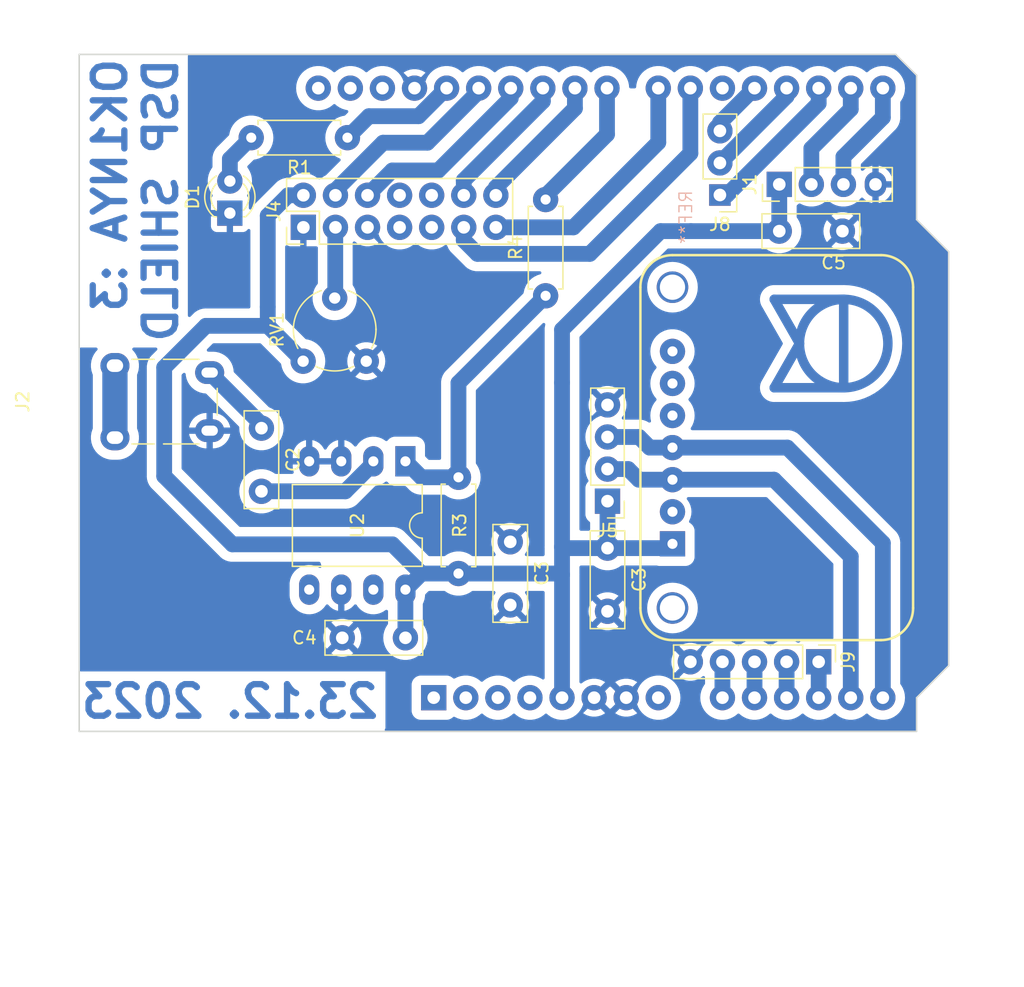
<source format=kicad_pcb>
(kicad_pcb (version 20221018) (generator pcbnew)
  (layers (0 "F.Cu" signal) (31 "B.Cu" signal) (34 "B.Paste" user) (35 "F.Paste" user) (36 "B.SilkS" user "B.Silkscreen") (37 "F.SilkS" user "F.Silkscreen") (38 "B.Mask" user) (39 "F.Mask" user) (44 "Edge.Cuts" user))
  (net 0 "")
  (net 6 "SDA")
  (net 7 "SCL")
  (net 8 "UART_RX")
  (net 9 "UART_TX")
  (net 10 "Net-(A1-D8)")
  (net 19 "Net-(C2-Pad1)")
  (net 20 "Net-(U2A--)")
  (net 21 "LCD_RS")
  (net 22 "LCD_D4")
  (net 23 "LCD_D6")
  (net 24 "LCD_D5")
  (net 25 "LCD_D7")
  (net 26 "LCD_VDD")
  (net 27 "LCD_V0")
  (net 28 "LCD_D0")
  (net 29 "LCD_D1")
  (net 30 "LCD_D2")
  (net 31 "LCD_D3")
  (net 32 "GND")
  (net 33 "LCD_E")
  (net 34 "unconnected-(J2-PadT)")
  (net 35 "Net-(R3-Pad2)")
  (net 36 "Net-(A1-D13)")
  (net 37 "Net-(D1-A)")
  (net 38 "Net-(A1-D4)")
  (net 39 "Net-(A1-D3)")
  (net 40 "Net-(A1-D2)")
  (net 41 "Net-(A1-A3)")
  (net 42 "Net-(A1-A2)")
  (net 43 "Net-(A1-A1)")
  (net 44 "Net-(A1-A0)")
  (footprint "Resistor_THT:R_Axial_DIN0207_L6.3mm_D2.5mm_P7.62mm_Horizontal" (layer "F.Cu") (at 125.7 72.32 90)
    (fp_text reference "R4" (at 3.81 -2.37 90) (layer "F.SilkS"))
    (fp_text value "R")
    (fp_line (start 0.54 -1.37) (end 7.08 -1.37) (stroke (width 0.12)) (layer "F.SilkS"))
    (fp_line (start 0.54 -1.04) (end 0.54 -1.37) (stroke (width 0.12)) (layer "F.SilkS"))
    (fp_line (start 0.54 1.04) (end 0.54 1.37) (stroke (width 0.12)) (layer "F.SilkS"))
    (fp_line (start 0.54 1.37) (end 7.08 1.37) (stroke (width 0.12)) (layer "F.SilkS"))
    (fp_line (start 7.08 -1.37) (end 7.08 -1.04) (stroke (width 0.12)) (layer "F.SilkS"))
    (fp_line (start 7.08 1.37) (end 7.08 1.04) (stroke (width 0.12)) (layer "F.SilkS"))
    (pad "1" thru_hole circle (at 0 0 90) (size 2 2) (drill 0.8) (layers "*.Cu" "*.Mask") (net 35 "Net-(R3-Pad2)"))
    (pad "2" thru_hole circle (at 7.62 0 90) (size 2 2) (drill 0.8) (layers "*.Cu" "*.Mask") (net 10 "Net-(A1-D8)"))
  )
  (footprint "Capacitor_THT:C_Disc_D7.5mm_W2.5mm_P5.00mm" (layer "F.Cu") (at 130.6 92.3 -90)
    (fp_text reference "C3" (at 2.5 -2.5 90) (layer "F.SilkS"))
    (fp_text value "C")
    (fp_line (start -1.37 -1.37) (end -1.37 1.37) (stroke (width 0.12)) (layer "F.SilkS"))
    (fp_line (start -1.37 -1.37) (end 6.37 -1.37) (stroke (width 0.12)) (layer "F.SilkS"))
    (fp_line (start -1.37 1.37) (end 6.37 1.37) (stroke (width 0.12)) (layer "F.SilkS"))
    (fp_line (start 6.37 -1.37) (end 6.37 1.37) (stroke (width 0.12)) (layer "F.SilkS"))
    (pad "1" thru_hole circle (at 0 0 270) (size 2 2) (drill 1) (layers "*.Cu" "*.Mask") (net 26 "LCD_VDD"))
    (pad "2" thru_hole circle (at 5 0 270) (size 2 2) (drill 1) (layers "*.Cu" "*.Mask") (net 32 "GND"))
  )
  (footprint "Connector_PinHeader_2.54mm:PinHeader_1x04_P2.54mm_Vertical" (layer "F.Cu") (at 144.2 63.5 90)
    (fp_text reference "J1" (at 0 -2.33 90) (layer "F.SilkS"))
    (fp_text value "Conn_01x04_Pin")
    (fp_line (start -1.33 -1.33) (end 0 -1.33) (stroke (width 0.12)) (layer "F.SilkS"))
    (fp_line (start -1.33 0) (end -1.33 -1.33) (stroke (width 0.12)) (layer "F.SilkS"))
    (fp_line (start -1.33 1.27) (end -1.33 8.95) (stroke (width 0.12)) (layer "F.SilkS"))
    (fp_line (start -1.33 1.27) (end 1.33 1.27) (stroke (width 0.12)) (layer "F.SilkS"))
    (fp_line (start -1.33 8.95) (end 1.33 8.95) (stroke (width 0.12)) (layer "F.SilkS"))
    (fp_line (start 1.33 1.27) (end 1.33 8.95) (stroke (width 0.12)) (layer "F.SilkS"))
    (pad "1" thru_hole rect (at 0 0 90) (size 2 2) (drill 1) (layers "*.Cu" "*.Mask") (net 26 "LCD_VDD"))
    (pad "2" thru_hole circle (at 0 2.54 90) (size 2 2) (drill 1) (layers "*.Cu" "*.Mask") (net 9 "UART_TX"))
    (pad "3" thru_hole circle (at 0 5.08 90) (size 2 2) (drill 1) (layers "*.Cu" "*.Mask") (net 8 "UART_RX"))
    (pad "4" thru_hole oval (at 0 7.62 90) (size 2 1.7) (drill 1) (layers "*.Cu" "*.Mask") (net 32 "GND"))
  )
  (footprint "OK1NYA:si5351a_Module" (layer "F.Cu") (at 135.7448 71.64 -90)
    (fp_text reference "J3" hide)
    (fp_text value "Conn_01x07_Socket" hide)
    (fp_line (start -2.54 0) (end -2.54 -16.5104) (stroke (width 0.2)) (layer "F.SilkS"))
    (fp_line (start 0 -19.0504) (end 25.4 -19.0504) (stroke (width 0.2)) (layer "F.SilkS"))
    (fp_line (start 25.4 2.54) (end 0 2.54) (stroke (width 0.2)) (layer "F.SilkS"))
    (fp_line (start 27.94 -16.5104) (end 27.94 0) (stroke (width 0.2)) (layer "F.SilkS"))
    (fp_arc (start -2.54 -16.5104) (mid -1.796051 -18.306451) (end 0 -19.0504) (stroke (width 0.2)) (layer "F.SilkS"))
    (fp_arc (start 0 2.54) (mid -1.796051 1.796051) (end -2.54 0) (stroke (width 0.2)) (layer "F.SilkS"))
    (fp_arc (start 25.4 -19.0504) (mid 27.196051 -18.306451) (end 27.94 -16.5104) (stroke (width 0.2)) (layer "F.SilkS"))
    (fp_arc (start 27.94 0) (mid 27.196051 1.796051) (end 25.4 2.54) (stroke (width 0.2)) (layer "F.SilkS"))
    (pad "" np_thru_hole circle (at 0 0 270) (size 2.5 2.5) (drill 2) (layers "F&B.Cu" "*.Mask"))
    (pad "" np_thru_hole circle (at 25.4 0 270) (size 2.5 2.5) (drill 2) (layers "F&B.Cu" "*.Mask"))
    (pad "1" thru_hole rect (at 20.32 0 90) (size 2 2) (drill 0.8) (layers "*.Cu" "*.Mask") (net 26 "LCD_VDD"))
    (pad "2" thru_hole circle (at 17.78 0 90) (size 2 2) (drill 0.8) (layers "*.Cu" "*.Mask") (net 32 "GND"))
    (pad "3" thru_hole circle (at 15.24 0 90) (size 2 2) (drill 0.8) (layers "*.Cu" "*.Mask") (net 6 "SDA"))
    (pad "4" thru_hole circle (at 12.7 0 90) (size 2 2) (drill 0.8) (layers "*.Cu" "*.Mask") (net 7 "SCL"))
    (pad "5" thru_hole circle (at 10.16 0 90) (size 2 2) (drill 0.8) (layers "*.Cu" "*.Mask"))
    (pad "6" thru_hole circle (at 7.62 0 90) (size 2 2) (drill 0.8) (layers "*.Cu" "*.Mask"))
    (pad "7" thru_hole circle (at 5.08 0 90) (size 2 2) (drill 0.8) (layers "*.Cu" "*.Mask"))
  )
  (footprint "Resistor_THT:R_Axial_DIN0207_L6.3mm_D2.5mm_P7.62mm_Horizontal" (layer "F.Cu") (at 110.01 59.8 180)
    (fp_text reference "R1" (at 3.81 -2.37) (layer "F.SilkS"))
    (fp_text value "R")
    (fp_line (start 0.54 -1.37) (end 7.08 -1.37) (stroke (width 0.12)) (layer "F.SilkS"))
    (fp_line (start 0.54 -1.04) (end 0.54 -1.37) (stroke (width 0.12)) (layer "F.SilkS"))
    (fp_line (start 0.54 1.04) (end 0.54 1.37) (stroke (width 0.12)) (layer "F.SilkS"))
    (fp_line (start 0.54 1.37) (end 7.08 1.37) (stroke (width 0.12)) (layer "F.SilkS"))
    (fp_line (start 7.08 -1.37) (end 7.08 -1.04) (stroke (width 0.12)) (layer "F.SilkS"))
    (fp_line (start 7.08 1.37) (end 7.08 1.04) (stroke (width 0.12)) (layer "F.SilkS"))
    (pad "" thru_hole circle (at 7.62 0 180) (size 2 2) (drill 0.8) (layers "*.Cu" "*.Mask") (net 37 "Net-(D1-A)"))
    (pad "1" thru_hole circle (at 0 0 180) (size 2 2) (drill 0.8) (layers "*.Cu" "*.Mask") (net 36 "Net-(A1-D13)"))
  )
  (footprint "OK1NYA:Arduino_UNO" (layer "F.Cu") (at 116.84 81.28)
    (fp_text reference "A1" hide)
    (fp_text value "Arduino_UNO_R3" hide)
    (fp_line (start -28.07 -28.07) (end 36.58 -28.07) (stroke (width 0.12)) (layer "Edge.Cuts"))
    (fp_line (start -28.07 22.35) (end -28.07 -28.07) (stroke (width 0.12)) (layer "Edge.Cuts"))
    (fp_line (start -28.07 25.53) (end -28.07 22.35) (stroke (width 0.12)) (layer "Edge.Cuts"))
    (fp_line (start 36.58 -28.07) (end 38.23 -26.42) (stroke (width 0.12)) (layer "Edge.Cuts"))
    (fp_line (start 38.23 -26.42) (end 38.23 -14.99) (stroke (width 0.12)) (layer "Edge.Cuts"))
    (fp_line (start 38.23 -14.99) (end 40.77 -12.45) (stroke (width 0.12)) (layer "Edge.Cuts"))
    (fp_line (start 38.23 22.86) (end 38.23 25.53) (stroke (width 0.12)) (layer "Edge.Cuts"))
    (fp_line (start 38.23 25.53) (end -28.07 25.53) (stroke (width 0.12)) (layer "Edge.Cuts"))
    (fp_line (start 40.77 -12.45) (end 40.77 20.32) (stroke (width 0.12)) (layer "Edge.Cuts"))
    (fp_line (start 40.77 20.32) (end 38.23 22.86) (stroke (width 0.12)) (layer "Edge.Cuts"))
    (pad "1" thru_hole rect (at 0 22.86 270) (size 2 2) (drill 1) (layers "*.Cu" "*.Mask"))
    (pad "2" thru_hole circle (at 2.54 22.86 270) (size 2 2) (drill 1) (layers "*.Cu" "*.Mask"))
    (pad "3" thru_hole circle (at 5.08 22.86 270) (size 2 2) (drill 1) (layers "*.Cu" "*.Mask"))
    (pad "4" thru_hole circle (at 7.62 22.86 270) (size 2 2) (drill 1) (layers "*.Cu" "*.Mask"))
    (pad "5" thru_hole circle (at 10.16 22.86 270) (size 2 2) (drill 1) (layers "*.Cu" "*.Mask") (net 26 "LCD_VDD"))
    (pad "6" thru_hole circle (at 12.7 22.86 270) (size 2 2) (drill 1) (layers "*.Cu" "*.Mask") (net 32 "GND"))
    (pad "7" thru_hole circle (at 15.24 22.86 270) (size 2 2) (drill 1) (layers "*.Cu" "*.Mask") (net 32 "GND"))
    (pad "8" thru_hole circle (at 17.78 22.86 270) (size 2 2) (drill 1) (layers "*.Cu" "*.Mask"))
    (pad "9" thru_hole circle (at 22.86 22.86 270) (size 2 2) (drill 1) (layers "*.Cu" "*.Mask") (net 44 "Net-(A1-A0)"))
    (pad "10" thru_hole circle (at 25.4 22.86 270) (size 2 2) (drill 1) (layers "*.Cu" "*.Mask") (net 43 "Net-(A1-A1)"))
    (pad "11" thru_hole circle (at 27.94 22.86 270) (size 2 2) (drill 1) (layers "*.Cu" "*.Mask") (net 42 "Net-(A1-A2)"))
    (pad "12" thru_hole circle (at 30.48 22.86 270) (size 2 2) (drill 1) (layers "*.Cu" "*.Mask") (net 41 "Net-(A1-A3)"))
    (pad "13" thru_hole circle (at 33.02 22.86 270) (size 2 2) (drill 1) (layers "*.Cu" "*.Mask") (net 6 "SDA"))
    (pad "14" thru_hole circle (at 35.56 22.86 270) (size 2 2) (drill 1) (layers "*.Cu" "*.Mask") (net 7 "SCL"))
    (pad "15" thru_hole circle (at 35.56 -25.4 270) (size 2 2) (drill 1) (layers "*.Cu" "*.Mask") (net 8 "UART_RX"))
    (pad "16" thru_hole circle (at 33.02 -25.4 270) (size 2 2) (drill 1) (layers "*.Cu" "*.Mask") (net 9 "UART_TX"))
    (pad "17" thru_hole circle (at 30.48 -25.4 270) (size 2 2) (drill 1) (layers "*.Cu" "*.Mask") (net 40 "Net-(A1-D2)"))
    (pad "18" thru_hole circle (at 27.94 -25.4 270) (size 2 2) (drill 1) (layers "*.Cu" "*.Mask") (net 39 "Net-(A1-D3)"))
    (pad "19" thru_hole circle (at 25.4 -25.4 270) (size 2 2) (drill 1) (layers "*.Cu" "*.Mask") (net 38 "Net-(A1-D4)"))
    (pad "20" thru_hole circle (at 22.86 -25.4 270) (size 2 2) (drill 1) (layers "*.Cu" "*.Mask"))
    (pad "21" thru_hole circle (at 20.32 -25.4 270) (size 2 2) (drill 1) (layers "*.Cu" "*.Mask") (net 22 "LCD_D4"))
    (pad "22" thru_hole circle (at 17.78 -25.4 270) (size 2 2) (drill 1) (layers "*.Cu" "*.Mask") (net 23 "LCD_D6"))
    (pad "23" thru_hole circle (at 13.72 -25.4 270) (size 2 2) (drill 1) (layers "*.Cu" "*.Mask") (net 10 "Net-(A1-D8)"))
    (pad "24" thru_hole circle (at 11.18 -25.4 270) (size 2 2) (drill 1) (layers "*.Cu" "*.Mask") (net 25 "LCD_D7"))
    (pad "25" thru_hole circle (at 8.64 -25.4 270) (size 2 2) (drill 1) (layers "*.Cu" "*.Mask") (net 24 "LCD_D5"))
    (pad "26" thru_hole circle (at 6.1 -25.4 270) (size 2 2) (drill 1) (layers "*.Cu" "*.Mask") (net 33 "LCD_E"))
    (pad "27" thru_hole circle (at 3.56 -25.4 270) (size 2 2) (drill 1) (layers "*.Cu" "*.Mask") (net 21 "LCD_RS"))
    (pad "28" thru_hole circle (at 1.02 -25.4 270) (size 2 2) (drill 1) (layers "*.Cu" "*.Mask") (net 36 "Net-(A1-D13)"))
    (pad "29" thru_hole circle (at -1.52 -25.4 270) (size 2 2) (drill 1) (layers "*.Cu" "*.Mask") (net 32 "GND"))
    (pad "30" thru_hole circle (at -4.06 -25.4 270) (size 2 2) (drill 1) (layers "*.Cu" "*.Mask"))
    (pad "31" thru_hole circle (at -6.6 -25.4 270) (size 2 2) (drill 1) (layers "*.Cu" "*.Mask"))
    (pad "32" thru_hole circle (at -9.14 -25.4 270) (size 2 2) (drill 1) (layers "*.Cu" "*.Mask"))
  )
  (footprint "Connector_PinHeader_2.54mm:PinHeader_1x05_P2.54mm_Vertical" (layer "F.Cu") (at 147.32 101.3 -90)
    (fp_text reference "J9" (at 0 -2.33 90) (layer "F.SilkS"))
    (fp_text value "Conn_01x05_Pin")
    (fp_line (start -1.33 -1.33) (end 0 -1.33) (stroke (width 0.12)) (layer "F.SilkS"))
    (fp_line (start -1.33 0) (end -1.33 -1.33) (stroke (width 0.12)) (layer "F.SilkS"))
    (fp_line (start -1.33 1.27) (end -1.33 11.49) (stroke (width 0.12)) (layer "F.SilkS"))
    (fp_line (start -1.33 1.27) (end 1.33 1.27) (stroke (width 0.12)) (layer "F.SilkS"))
    (fp_line (start -1.33 11.49) (end 1.33 11.49) (stroke (width 0.12)) (layer "F.SilkS"))
    (fp_line (start 1.33 1.27) (end 1.33 11.49) (stroke (width 0.12)) (layer "F.SilkS"))
    (pad "1" thru_hole rect (at 0 0 270) (size 2 2) (drill 1) (layers "*.Cu" "*.Mask") (net 41 "Net-(A1-A3)"))
    (pad "2" thru_hole oval (at 0 2.54 270) (size 2 2) (drill 1) (layers "*.Cu" "*.Mask") (net 42 "Net-(A1-A2)"))
    (pad "3" thru_hole circle (at 0 5.08 270) (size 2 2) (drill 1) (layers "*.Cu" "*.Mask") (net 43 "Net-(A1-A1)"))
    (pad "4" thru_hole circle (at 0 7.62 270) (size 2 2) (drill 1) (layers "*.Cu" "*.Mask") (net 44 "Net-(A1-A0)"))
    (pad "5" thru_hole circle (at 0 10.16 270) (size 2 2) (drill 1) (layers "*.Cu" "*.Mask") (net 32 "GND"))
  )
  (footprint "Potentiometer_THT:Potentiometer_Piher_PT-6-V_Vertical" (layer "F.Cu") (at 111.5 77.5 90)
    (fp_text reference "RV1" (at 2.5 -7.06 90) (layer "F.SilkS"))
    (fp_text value "R_Potentiometer")
    (fp_arc (start -0.413387 -1.014798) (mid -0.770114 -2.499325) (end -0.414 -3.984) (stroke (width 0.12)) (layer "F.SilkS"))
    (fp_arc (start 1.016032 -5.413829) (mid 3.725524 -5.531609) (end 5.592 -3.564) (stroke (width 0.12)) (layer "F.SilkS"))
    (fp_arc (start 2.556863 0.770075) (mid 1.764071 0.686696) (end 1.015 0.414) (stroke (width 0.12)) (layer "F.SilkS"))
    (fp_arc (start 5.591846 -1.435392) (mid 4.398899 0.162158) (end 2.5 0.77) (stroke (width 0.12)) (layer "F.SilkS"))
    (pad "1" thru_hole circle (at 0 0 90) (size 2 2) (drill 0.9) (layers "*.Cu" "*.Mask") (net 32 "GND"))
    (pad "2" thru_hole circle (at 5 -2.5 90) (size 2 2) (drill 0.9) (layers "*.Cu" "*.Mask") (net 27 "LCD_V0"))
    (pad "3" thru_hole circle (at 0 -5 90) (size 2 2) (drill 0.9) (layers "*.Cu" "*.Mask") (net 26 "LCD_VDD"))
  )
  (footprint "Resistor_THT:R_Axial_DIN0207_L6.3mm_D2.5mm_P7.62mm_Horizontal" (layer "F.Cu") (at 118.8 94.31 90)
    (fp_text reference "R3" (at 3.81 0.1 90) (layer "F.SilkS"))
    (fp_text value "R")
    (fp_line (start 0.54 -1.37) (end 7.08 -1.37) (stroke (width 0.12)) (layer "F.SilkS"))
    (fp_line (start 0.54 -1.04) (end 0.54 -1.37) (stroke (width 0.12)) (layer "F.SilkS"))
    (fp_line (start 0.54 1.04) (end 0.54 1.37) (stroke (width 0.12)) (layer "F.SilkS"))
    (fp_line (start 0.54 1.37) (end 7.08 1.37) (stroke (width 0.12)) (layer "F.SilkS"))
    (fp_line (start 7.08 -1.37) (end 7.08 -1.04) (stroke (width 0.12)) (layer "F.SilkS"))
    (fp_line (start 7.08 1.37) (end 7.08 1.04) (stroke (width 0.12)) (layer "F.SilkS"))
    (pad "1" thru_hole circle (at 0 0 90) (size 2 2) (drill 0.8) (layers "*.Cu" "*.Mask") (net 26 "LCD_VDD"))
    (pad "2" thru_hole circle (at 7.62 0 90) (size 2 2) (drill 0.8) (layers "*.Cu" "*.Mask") (net 35 "Net-(R3-Pad2)"))
  )
  (footprint "Package_DIP:DIP-8_W10.16mm_LongPads" (layer "F.Cu") (at 114.6 85.425 -90)
    (fp_text reference "U2" (at 5.08 3.8 90) (layer "F.SilkS"))
    (fp_text value "LM393")
    (fp_line (start 1.845 -1.33) (end 1.845 8.95) (stroke (width 0.12)) (layer "F.SilkS"))
    (fp_line (start 1.845 8.95) (end 8.315 8.95) (stroke (width 0.12)) (layer "F.SilkS"))
    (fp_line (start 4.08 -1.33) (end 1.845 -1.33) (stroke (width 0.12)) (layer "F.SilkS"))
    (fp_line (start 8.315 -1.33) (end 6.08 -1.33) (stroke (width 0.12)) (layer "F.SilkS"))
    (fp_line (start 8.315 8.95) (end 8.315 -1.33) (stroke (width 0.12)) (layer "F.SilkS"))
    (fp_arc (start 6.08 -1.33) (mid 5.08 -0.33) (end 4.08 -1.33) (stroke (width 0.12)) (layer "F.SilkS"))
    (pad "1" thru_hole rect (at 0 0 270) (size 2.4 1.6) (drill 0.8) (layers "*.Cu" "*.Mask") (net 35 "Net-(R3-Pad2)"))
    (pad "2" thru_hole oval (at 0 2.54 270) (size 2.4 1.6) (drill 0.8) (layers "*.Cu" "*.Mask") (net 20 "Net-(U2A--)"))
    (pad "3" thru_hole oval (at 0 5.08 270) (size 2.4 1.6) (drill 0.8) (layers "*.Cu" "*.Mask") (net 32 "GND"))
    (pad "4" thru_hole oval (at 0 7.62 270) (size 2.4 1.6) (drill 0.8) (layers "*.Cu" "*.Mask") (net 32 "GND"))
    (pad "5" thru_hole oval (at 10.16 7.62 270) (size 2.4 1.6) (drill 0.8) (layers "*.Cu" "*.Mask"))
    (pad "6" thru_hole oval (at 10.16 5.08 270) (size 2.4 1.6) (drill 0.8) (layers "*.Cu" "*.Mask") (net 32 "GND"))
    (pad "7" thru_hole oval (at 10.16 2.54 270) (size 2.4 1.6) (drill 0.8) (layers "*.Cu" "*.Mask"))
    (pad "8" thru_hole oval (at 10.16 0 270) (size 2.4 1.6) (drill 0.8) (layers "*.Cu" "*.Mask") (net 26 "LCD_VDD"))
  )
  (footprint "Capacitor_THT:C_Disc_D7.5mm_W2.5mm_P5.00mm" (layer "F.Cu") (at 122.9 91.8 -90)
    (fp_text reference "C3" (at 2.5 -2.5 90) (layer "F.SilkS"))
    (fp_text value "C")
    (fp_line (start -1.37 -1.37) (end -1.37 1.37) (stroke (width 0.12)) (layer "F.SilkS"))
    (fp_line (start -1.37 -1.37) (end 6.37 -1.37) (stroke (width 0.12)) (layer "F.SilkS"))
    (fp_line (start -1.37 1.37) (end 6.37 1.37) (stroke (width 0.12)) (layer "F.SilkS"))
    (fp_line (start 6.37 -1.37) (end 6.37 1.37) (stroke (width 0.12)) (layer "F.SilkS"))
    (pad "1" thru_hole circle (at 0 0 270) (size 2 2) (drill 1) (layers "*.Cu" "*.Mask") (net 32 "GND"))
    (pad "2" thru_hole circle (at 5 0 270) (size 2 2) (drill 1) (layers "*.Cu" "*.Mask") (net 32 "GND"))
  )
  (footprint "Capacitor_THT:C_Disc_D7.5mm_W2.5mm_P5.00mm" (layer "F.Cu") (at 103.2 82.8 -90)
    (fp_text reference "C2" (at 2.5 -2.5 90) (layer "F.SilkS"))
    (fp_text value "C")
    (fp_line (start -1.37 -1.37) (end -1.37 1.37) (stroke (width 0.12)) (layer "F.SilkS"))
    (fp_line (start -1.37 -1.37) (end 6.37 -1.37) (stroke (width 0.12)) (layer "F.SilkS"))
    (fp_line (start -1.37 1.37) (end 6.37 1.37) (stroke (width 0.12)) (layer "F.SilkS"))
    (fp_line (start 6.37 -1.37) (end 6.37 1.37) (stroke (width 0.12)) (layer "F.SilkS"))
    (pad "1" thru_hole circle (at 0 0 270) (size 2 2) (drill 1) (layers "*.Cu" "*.Mask") (net 19 "Net-(C2-Pad1)"))
    (pad "2" thru_hole circle (at 5 0 270) (size 2 2) (drill 1) (layers "*.Cu" "*.Mask") (net 20 "Net-(U2A--)"))
  )
  (footprint "Capacitor_THT:C_Disc_D7.5mm_W2.5mm_P5.00mm" (layer "F.Cu") (at 144.2 67.2)
    (fp_text reference "C5" (at 4.3 2.5) (layer "F.SilkS"))
    (fp_text value "C")
    (fp_line (start -1.37 -1.37) (end -1.37 1.37) (stroke (width 0.12)) (layer "F.SilkS"))
    (fp_line (start -1.37 -1.37) (end 6.37 -1.37) (stroke (width 0.12)) (layer "F.SilkS"))
    (fp_line (start -1.37 1.37) (end 6.37 1.37) (stroke (width 0.12)) (layer "F.SilkS"))
    (fp_line (start 6.37 -1.37) (end 6.37 1.37) (stroke (width 0.12)) (layer "F.SilkS"))
    (pad "1" thru_hole circle (at 0 0) (size 2 2) (drill 1) (layers "*.Cu" "*.Mask") (net 26 "LCD_VDD"))
    (pad "2" thru_hole circle (at 5 0) (size 2 2) (drill 1) (layers "*.Cu" "*.Mask") (net 32 "GND"))
  )
  (footprint "Connector_PinHeader_2.54mm:PinHeader_1x04_P2.54mm_Vertical" (layer "F.Cu") (at 130.6 88.58 180)
    (fp_text reference "J5" (at 0 -2.33) (layer "F.SilkS"))
    (fp_text value "Conn_01x04_Pin")
    (fp_line (start -1.33 -1.33) (end 0 -1.33) (stroke (width 0.12)) (layer "F.SilkS"))
    (fp_line (start -1.33 0) (end -1.33 -1.33) (stroke (width 0.12)) (layer "F.SilkS"))
    (fp_line (start -1.33 1.27) (end -1.33 8.95) (stroke (width 0.12)) (layer "F.SilkS"))
    (fp_line (start -1.33 1.27) (end 1.33 1.27) (stroke (width 0.12)) (layer "F.SilkS"))
    (fp_line (start -1.33 8.95) (end 1.33 8.95) (stroke (width 0.12)) (layer "F.SilkS"))
    (fp_line (start 1.33 1.27) (end 1.33 8.95) (stroke (width 0.12)) (layer "F.SilkS"))
    (pad "1" thru_hole rect (at 0 0 180) (size 2 2) (drill 1) (layers "*.Cu" "*.Mask") (net 26 "LCD_VDD"))
    (pad "2" thru_hole circle (at 0 2.54 180) (size 2 2) (drill 1) (layers "*.Cu" "*.Mask") (net 6 "SDA"))
    (pad "3" thru_hole circle (at 0 5.08 180) (size 2 2) (drill 1) (layers "*.Cu" "*.Mask") (net 7 "SCL"))
    (pad "4" thru_hole circle (at 0 7.62 180) (size 2 2) (drill 1) (layers "*.Cu" "*.Mask") (net 32 "GND"))
  )
  (footprint "Capacitor_THT:C_Disc_D7.5mm_W2.5mm_P5.00mm" (layer "F.Cu") (at 114.6 99.4 180)
    (fp_text reference "C4" (at 8 0) (layer "F.SilkS"))
    (fp_text value "C")
    (fp_line (start -1.37 -1.37) (end -1.37 1.37) (stroke (width 0.12)) (layer "F.SilkS"))
    (fp_line (start -1.37 -1.37) (end 6.37 -1.37) (stroke (width 0.12)) (layer "F.SilkS"))
    (fp_line (start -1.37 1.37) (end 6.37 1.37) (stroke (width 0.12)) (layer "F.SilkS"))
    (fp_line (start 6.37 -1.37) (end 6.37 1.37) (stroke (width 0.12)) (layer "F.SilkS"))
    (pad "1" thru_hole circle (at 0 0 180) (size 2 2) (drill 1) (layers "*.Cu" "*.Mask") (net 26 "LCD_VDD"))
    (pad "2" thru_hole circle (at 5 0 180) (size 2 2) (drill 1) (layers "*.Cu" "*.Mask") (net 32 "GND"))
  )
  (footprint "LED_THT:LED_D3.0mm_Clear" (layer "F.Cu") (at 100.7 65.775 90)
    (fp_text reference "D1" (at 1.27 -2.96 90) (layer "F.SilkS"))
    (fp_text value "LED")
    (fp_line (start -0.29 -1.236) (end -0.29 -1.08) (stroke (width 0.12)) (layer "F.SilkS"))
    (fp_line (start -0.29 1.08) (end -0.29 1.236) (stroke (width 0.12)) (layer "F.SilkS"))
    (fp_arc (start -0.29 -1.235516) (mid 1.366487 -1.987659) (end 2.942335 -1.078608) (stroke (width 0.12)) (layer "F.SilkS"))
    (fp_arc (start 0.229039 -1.08) (mid 1.270117 -1.5) (end 2.31113 -1.079837) (stroke (width 0.12)) (layer "F.SilkS"))
    (fp_arc (start 2.31113 1.079837) (mid 1.270117 1.5) (end 0.229039 1.08) (stroke (width 0.12)) (layer "F.SilkS"))
    (fp_arc (start 2.942335 1.078608) (mid 1.366487 1.987659) (end -0.29 1.235516) (stroke (width 0.12)) (layer "F.SilkS"))
    (pad "1" thru_hole rect (at 0 0 90) (size 2 2) (drill 0.9) (layers "*.Cu" "*.Mask") (net 32 "GND"))
    (pad "2" thru_hole circle (at 2.54 0 90) (size 2 2) (drill 0.9) (layers "*.Cu" "*.Mask") (net 37 "Net-(D1-A)"))
  )
  (footprint "Connector_PinHeader_2.54mm:PinHeader_2x07_P2.54mm_Vertical" (layer "F.Cu") (at 106.52 66.9 90)
    (fp_text reference "J4" (at 1.27 -2.33 90) (layer "F.SilkS"))
    (fp_text value "Conn_02x07_Odd_Even")
    (fp_line (start -1.33 -1.33) (end 0 -1.33) (stroke (width 0.12)) (layer "F.SilkS"))
    (fp_line (start -1.33 0) (end -1.33 -1.33) (stroke (width 0.12)) (layer "F.SilkS"))
    (fp_line (start -1.33 1.27) (end -1.33 16.57) (stroke (width 0.12)) (layer "F.SilkS"))
    (fp_line (start -1.33 1.27) (end 1.27 1.27) (stroke (width 0.12)) (layer "F.SilkS"))
    (fp_line (start -1.33 16.57) (end 3.87 16.57) (stroke (width 0.12)) (layer "F.SilkS"))
    (fp_line (start 1.27 -1.33) (end 3.87 -1.33) (stroke (width 0.12)) (layer "F.SilkS"))
    (fp_line (start 1.27 1.27) (end 1.27 -1.33) (stroke (width 0.12)) (layer "F.SilkS"))
    (fp_line (start 3.87 -1.33) (end 3.87 16.57) (stroke (width 0.12)) (layer "F.SilkS"))
    (pad "1" thru_hole rect (at 0 0 90) (size 2 2) (drill 1) (layers "*.Cu" "*.Mask") (net 32 "GND"))
    (pad "2" thru_hole circle (at 2.54 0 90) (size 2 2) (drill 1) (layers "*.Cu" "*.Mask") (net 26 "LCD_VDD"))
    (pad "3" thru_hole circle (at 0 2.54 90) (size 2 2) (drill 1) (layers "*.Cu" "*.Mask") (net 27 "LCD_V0"))
    (pad "4" thru_hole circle (at 2.54 2.54 90) (size 2 2) (drill 1) (layers "*.Cu" "*.Mask") (net 21 "LCD_RS"))
    (pad "5" thru_hole circle (at 0 5.08 90) (size 2 2) (drill 1) (layers "*.Cu" "*.Mask") (net 32 "GND"))
    (pad "6" thru_hole circle (at 2.54 5.08 90) (size 2 2) (drill 1) (layers "*.Cu" "*.Mask") (net 33 "LCD_E"))
    (pad "7" thru_hole circle (at 0 7.62 90) (size 2 2) (drill 1) (layers "*.Cu" "*.Mask") (net 28 "LCD_D0"))
    (pad "8" thru_hole circle (at 2.54 7.62 90) (size 2 2) (drill 1) (layers "*.Cu" "*.Mask") (net 29 "LCD_D1"))
    (pad "9" thru_hole circle (at 0 10.16 90) (size 2 2) (drill 1) (layers "*.Cu" "*.Mask") (net 30 "LCD_D2"))
    (pad "10" thru_hole circle (at 2.54 10.16 90) (size 2 2) (drill 1) (layers "*.Cu" "*.Mask") (net 31 "LCD_D3"))
    (pad "11" thru_hole circle (at 0 12.7 90) (size 2 2) (drill 1) (layers "*.Cu" "*.Mask") (net 22 "LCD_D4"))
    (pad "12" thru_hole circle (at 2.54 12.7 90) (size 2 2) (drill 1) (layers "*.Cu" "*.Mask") (net 24 "LCD_D5"))
    (pad "13" thru_hole circle (at 0 15.24 90) (size 2 2) (drill 1) (layers "*.Cu" "*.Mask") (net 23 "LCD_D6"))
    (pad "14" thru_hole circle (at 2.54 15.24 90) (size 2 2) (drill 1) (layers "*.Cu" "*.Mask") (net 25 "LCD_D7"))
  )
  (footprint "Connector_Audio:Jack_3.5mm_Lumberg_1503_07_Horizontal" (layer "F.Cu") (at 91.6 83.55 90)
    (fp_text reference "J2" (at 2.85 -7.3 90 unlocked) (layer "F.SilkS"))
    (fp_text value "AudioJack3")
    (fp_line (start -0.5 1.35) (end -0.5 3.1) (stroke (width 0.12)) (layer "F.SilkS"))
    (fp_line (start -0.5 3.85) (end -0.5 6.65) (stroke (width 0.12)) (layer "F.SilkS"))
    (fp_line (start 1.8 8.1) (end 3.9 8.1) (stroke (width 0.12)) (layer "F.SilkS"))
    (fp_line (start 6.2 1.35) (end 6.2 3.1) (stroke (width 0.12)) (layer "F.SilkS"))
    (fp_line (start 6.2 3.85) (end 6.2 6.65) (stroke (width 0.12)) (layer "F.SilkS"))
    (pad "R" thru_hole oval (at 5.15 7.5 90) (size 1.8 2.3) (drill oval 0.8 1.3) (layers "*.Cu" "*.Mask") (net 19 "Net-(C2-Pad1)"))
    (pad "S" thru_hole oval (at 0.55 7.5 90) (size 1.8 2.3) (drill oval 0.8 1.3) (layers "*.Cu" "*.Mask") (net 32 "GND"))
    (pad "T" thru_hole oval (at 0 0 90) (size 2 2.3) (drill oval 1 1.3) (layers "*.Cu" "*.Mask") (net 34 "unconnected-(J2-PadT)"))
    (pad "T" thru_hole oval (at 5.7 0 90) (size 2 2.3) (drill oval 1 1.3) (layers "*.Cu" "*.Mask") (net 34 "unconnected-(J2-PadT)"))
  )
  (footprint "Connector_PinHeader_2.54mm:PinHeader_1x03_P2.54mm_Vertical" (layer "F.Cu") (at 139.5 64.34 180)
    (fp_text reference "J8" (at 0 -2.33) (layer "F.SilkS"))
    (fp_text value "Conn_01x03_Pin")
    (fp_line (start -1.33 -1.33) (end 0 -1.33) (stroke (width 0.12)) (layer "F.SilkS"))
    (fp_line (start -1.33 0) (end -1.33 -1.33) (stroke (width 0.12)) (layer "F.SilkS"))
    (fp_line (start -1.33 1.27) (end -1.33 6.41) (stroke (width 0.12)) (layer "F.SilkS"))
    (fp_line (start -1.33 1.27) (end 1.33 1.27) (stroke (width 0.12)) (layer "F.SilkS"))
    (fp_line (start -1.33 6.41) (end 1.33 6.41) (stroke (width 0.12)) (layer "F.SilkS"))
    (fp_line (start 1.33 1.27) (end 1.33 6.41) (stroke (width 0.12)) (layer "F.SilkS"))
    (pad "1" thru_hole rect (at 0 0 180) (size 1.7 1.7) (drill 1) (layers "*.Cu" "*.Mask") (net 40 "Net-(A1-D2)"))
    (pad "2" thru_hole circle (at 0 2.54 180) (size 2 2) (drill 1) (layers "*.Cu" "*.Mask") (net 39 "Net-(A1-D3)"))
    (pad "3" thru_hole circle (at 0 5.08 180) (size 2 2) (drill 1) (layers "*.Cu" "*.Mask") (net 38 "Net-(A1-D4)"))
  )
  (footprint "OK1NYA:soviet_cat" (layer "B.Cu") (at 149.3 76.1 -90)
    (fp_text reference "REF**" (at -10 12.5 90 unlocked) (layer "B.SilkS") (effects (font (thickness 0.1)) (justify mirror)))
    (fp_text value "soviet_cat")
    (fp_line (start -3.5 0) (end -3.5 5.5) (stroke (width 0.75)) (layer "B.Cu"))
    (fp_line (start 0 3.5) (end -3.5 5.5) (stroke (width 0.75)) (layer "B.Cu"))
    (fp_line (start 0 3.5) (end 3.5 5.5) (stroke (width 0.75)) (layer "B.Cu"))
    (fp_line (start 3.5 0) (end -3.5 0) (stroke (width 0.75)) (layer "B.Cu"))
    (fp_line (start 3.5 0) (end 3.5 5.5) (stroke (width 0.75)) (layer "B.Cu"))
    (fp_circle (center 0 0) (end 3.5 0) (stroke (width 0.75)) (fill none) (layer "B.Cu"))
  )
  (gr_text "OK1NYA :3\nDSP SHIELD\n" (at 96.7 53.3 90) (layer "B.Cu") (effects (font (size 2.5 2.5) (thickness 0.5) bold) (justify left bottom mirror)))
  (gr_text "23.12. 2023\n" (at 112.7 105.9) (layer "B.Cu") (effects (font (size 2.5 2.5) (thickness 0.5) bold) (justify left bottom mirror)))
  (segment (start 133.08 86.88) (end 132.24 86.04) (width 1.25) (layer "B.Cu") (net 6))
  (segment (start 143.78 86.88) (end 135.7448 86.88) (width 1.25) (layer "B.Cu") (net 6))
  (segment (start 149.86 92.96) (end 143.78 86.88) (width 1.25) (layer "B.Cu") (net 6))
  (segment (start 135.7448 86.88) (end 133.08 86.88) (width 1.25) (layer "B.Cu") (net 6))
  (segment (start 132.24 86.04) (end 130.6 86.04) (width 1.25) (layer "B.Cu") (net 6))
  (segment (start 149.86 104.14) (end 149.86 92.96) (width 1.25) (layer "B.Cu") (net 6))
  (segment (start 152.4 91.9) (end 144.84 84.34) (width 1.25) (layer "B.Cu") (net 7))
  (segment (start 152.4 104.14) (end 152.4 91.9) (width 1.25) (layer "B.Cu") (net 7))
  (segment (start 133.94 84.34) (end 133.1 83.5) (width 1.25) (layer "B.Cu") (net 7))
  (segment (start 144.84 84.34) (end 135.7448 84.34) (width 1.25) (layer "B.Cu") (net 7))
  (segment (start 135.7448 84.34) (end 133.94 84.34) (width 1.25) (layer "B.Cu") (net 7))
  (segment (start 133.1 83.5) (end 130.6 83.5) (width 1.25) (layer "B.Cu") (net 7))
  (segment (start 149.28 63.5) (end 149.28 61.32) (width 1.25) (layer "B.Cu") (net 8))
  (segment (start 149.28 61.32) (end 152.4 58.2) (width 1.25) (layer "B.Cu") (net 8))
  (segment (start 152.4 58.2) (end 152.4 55.88) (width 1.25) (layer "B.Cu") (net 8))
  (segment (start 149.86 57.54) (end 149.86 55.88) (width 1.25) (layer "B.Cu") (net 9))
  (segment (start 146.74 60.66) (end 149.86 57.54) (width 1.25) (layer "B.Cu") (net 9))
  (segment (start 146.74 63.5) (end 146.74 60.66) (width 1.25) (layer "B.Cu") (net 9))
  (segment (start 130.56 59.54) (end 130.56 55.88) (width 1.25) (layer "B.Cu") (net 10))
  (segment (start 126 64.1) (end 130.56 59.54) (width 1.25) (layer "B.Cu") (net 10))
  (segment (start 126 64.3) (end 126 64.1) (width 1.25) (layer "B.Cu") (net 10))
  (segment (start 103.2 82.5) (end 99.1 78.4) (width 1.25) (layer "B.Cu") (net 19))
  (segment (start 103.2 87.8) (end 109.843097 87.8) (width 1.25) (layer "B.Cu") (net 20))
  (segment (start 109.843097 87.8) (end 112.06 85.583097) (width 1.25) (layer "B.Cu") (net 20))
  (segment (start 112.06 85.583097) (end 112.06 85.425) (width 1.25) (layer "B.Cu") (net 20))
  (segment (start 116.34 60.2) (end 120.4 56.14) (width 1.25) (layer "B.Cu") (net 21))
  (segment (start 109.06 64.36) (end 109.06 63.97) (width 1.25) (layer "B.Cu") (net 21))
  (segment (start 120.4 56.14) (end 120.4 55.88) (width 1.25) (layer "B.Cu") (net 21))
  (segment (start 109.06 63.97) (end 112.83 60.2) (width 1.25) (layer "B.Cu") (net 21))
  (segment (start 112.83 60.2) (end 116.34 60.2) (width 1.25) (layer "B.Cu") (net 21))
  (segment (start 120.3 69) (end 129.2 69) (width 1.25) (layer "B.Cu") (net 22))
  (segment (start 137.16 61.04) (end 137.16 55.88) (width 1.25) (layer "B.Cu") (net 22))
  (segment (start 129.2 69) (end 137.16 61.04) (width 1.25) (layer "B.Cu") (net 22))
  (segment (start 119.22 67.92) (end 120.3 69) (width 1.25) (layer "B.Cu") (net 22))
  (segment (start 119.22 66.9) (end 119.22 67.92) (width 1.25) (layer "B.Cu") (net 22))
  (segment (start 121.76 66.9) (end 127.9 66.9) (width 1.25) (layer "B.Cu") (net 23))
  (segment (start 127.9 66.9) (end 134.62 60.18) (width 1.25) (layer "B.Cu") (net 23))
  (segment (start 134.62 60.18) (end 134.62 55.88) (width 1.25) (layer "B.Cu") (net 23))
  (segment (start 119.22 64.36) (end 119.22 63.18) (width 1.25) (layer "B.Cu") (net 24))
  (segment (start 119.22 63.18) (end 125.48 56.92) (width 1.25) (layer "B.Cu") (net 24))
  (segment (start 125.48 56.92) (end 125.48 55.88) (width 1.25) (layer "B.Cu") (net 24))
  (segment (start 121.76 64.36) (end 121.76 63.74) (width 1.25) (layer "B.Cu") (net 25))
  (segment (start 128.02 57.48) (end 128.02 55.88) (width 1.25) (layer "B.Cu") (net 25))
  (segment (start 121.76 63.74) (end 128.02 57.48) (width 1.25) (layer "B.Cu") (net 25))
  (segment (start 126.8 103.94) (end 127 104.14) (width 1.25) (layer "B.Cu") (net 26))
  (segment (start 134.8 67.2) (end 137.2 67.2) (width 1.25) (layer "B.Cu") (net 26))
  (segment (start 113.565 92) (end 115.875 94.31) (width 1.25) (layer "B.Cu") (net 26))
  (segment (start 98.8 74.7) (end 95.5 78) (width 1.25) (layer "B.Cu") (net 26))
  (segment (start 103.7 74.7) (end 98.8 74.7) (width 1.25) (layer "B.Cu") (net 26))
  (segment (start 118.8 94.31) (end 126.91 94.31) (width 1.25) (layer "B.Cu") (net 26))
  (segment (start 126.91 94.31) (end 127 94.4) (width 1.25) (layer "B.Cu") (net 26))
  (segment (start 137.2 67.2) (end 144.2 67.2) (width 1.25) (layer "B.Cu") (net 26))
  (segment (start 127 92.2) (end 127 79.2) (width 1.25) (layer "B.Cu") (net 26))
  (segment (start 100.9 92) (end 113.565 92) (width 1.25) (layer "B.Cu") (net 26))
  (segment (start 115.875 94.31) (end 114.6 95.585) (width 1.25) (layer "B.Cu") (net 26))
  (segment (start 103.7 73.2) (end 103.7 65.977919) (width 1.25) (layer "B.Cu") (net 26))
  (segment (start 130.6 92.3) (end 135.7248 92.3) (width 1.25) (layer "B.Cu") (net 26))
  (segment (start 114.6 99.4) (end 114.6 95.585) (width 1.25) (layer "B.Cu") (net 26))
  (segment (start 103.7 65.977919) (end 105.317919 64.36) (width 1.25) (layer "B.Cu") (net 26))
  (segment (start 105.317919 64.36) (end 106.52 64.36) (width 1.25) (layer "B.Cu") (net 26))
  (segment (start 103.7 74.7) (end 103.7 73.2) (width 1.25) (layer "B.Cu") (net 26))
  (segment (start 127 79.2) (end 127 75) (width 1.25) (layer "B.Cu") (net 26))
  (segment (start 127 94.4) (end 127 92.2) (width 1.25) (layer "B.Cu") (net 26))
  (segment (start 118.8 94.31) (end 115.875 94.31) (width 1.25) (layer "B.Cu") (net 26))
  (segment (start 130.6 92.3) (end 127.1 92.3) (width 1.25) (layer "B.Cu") (net 26))
  (segment (start 135.7248 92.3) (end 135.7448 92.32) (width 1.25) (layer "B.Cu") (net 26))
  (segment (start 127.1 92.3) (end 127 92.2) (width 1.25) (layer "B.Cu") (net 26))
  (segment (start 130.6 92.3) (end 130.6 88.58) (width 1.25) (layer "B.Cu") (net 26))
  (segment (start 144.2 67.2) (end 144.2 63.5) (width 1.25) (layer "B.Cu") (net 26))
  (segment (start 127 75) (end 134.8 67.2) (width 1.25) (layer "B.Cu") (net 26))
  (segment (start 95.5 86.6) (end 100.9 92) (width 1.25) (layer "B.Cu") (net 26))
  (segment (start 127 104.14) (end 127 94.4) (width 1.25) (layer "B.Cu") (net 26))
  (segment (start 95.5 78) (end 95.5 86.6) (width 1.25) (layer "B.Cu") (net 26))
  (segment (start 106.5 77.5) (end 103.7 74.7) (width 1.25) (layer "B.Cu") (net 26))
  (segment (start 109.045 66.915) (end 109.06 66.9) (width 1.25) (layer "B.Cu") (net 27))
  (segment (start 109 72.5) (end 109.045 72.455) (width 1.25) (layer "B.Cu") (net 27))
  (segment (start 109.045 72.455) (end 109.045 66.915) (width 1.25) (layer "B.Cu") (net 27))
  (segment (start 111.6 64.36) (end 113.56 62.4) (width 1.25) (layer "B.Cu") (net 33))
  (segment (start 117.2 62.4) (end 122.94 56.66) (width 1.25) (layer "B.Cu") (net 33))
  (segment (start 122.94 56.66) (end 122.94 55.88) (width 1.25) (layer "B.Cu") (net 33))
  (segment (start 113.56 62.4) (end 117.2 62.4) (width 1.25) (layer "B.Cu") (net 33))
  (segment (start 91.6 83.55) (end 91.6 77.85) (width 2) (layer "B.Cu") (net 34))
  (segment (start 118.8 79.22) (end 118.8 86.69) (width 1.25) (layer "B.Cu") (net 35))
  (segment (start 115.865 86.69) (end 114.6 85.425) (width 1.25) (layer "B.Cu") (net 35))
  (segment (start 125.7 72.32) (end 118.8 79.22) (width 1.25) (layer "B.Cu") (net 35))
  (segment (start 118.8 86.69) (end 115.865 86.69) (width 1.25) (layer "B.Cu") (net 35))
  (segment (start 111.71 58.1) (end 115.64 58.1) (width 1.25) (layer "B.Cu") (net 36))
  (segment (start 115.64 58.1) (end 117.86 55.88) (width 1.25) (layer "B.Cu") (net 36))
  (segment (start 110.01 59.8) (end 111.71 58.1) (width 1.25) (layer "B.Cu") (net 36))
  (segment (start 100.7 61.49) (end 102.39 59.8) (width 1.25) (layer "B.Cu") (net 37))
  (segment (start 100.7 63.235) (end 100.7 61.49) (width 1.25) (layer "B.Cu") (net 37))
  (segment (start 139.5 59.26) (end 139.5 58.62) (width 1.25) (layer "B.Cu") (net 38))
  (segment (start 139.5 58.62) (end 142.24 55.88) (width 1.25) (layer "B.Cu") (net 38))
  (segment (start 142.24 55.96) (end 142.24 55.88) (width 1.25) (layer "B.Cu") (net 38))
  (segment (start 144.78 56.52) (end 144.78 55.88) (width 1.25) (layer "B.Cu") (net 39))
  (segment (start 139.5 61.8) (end 144.78 56.52) (width 1.25) (layer "B.Cu") (net 39))
  (segment (start 139.5 64.34) (end 140.06 64.34) (width 1.25) (layer "B.Cu") (net 40))
  (segment (start 147.32 57.08) (end 147.32 55.88) (width 1.25) (layer "B.Cu") (net 40))
  (segment (start 140.06 64.34) (end 147.32 57.08) (width 1.25) (layer "B.Cu") (net 40))
  (segment (start 147.32 104.14) (end 147.32 101.3) (width 1.25) (layer "B.Cu") (net 41))
  (segment (start 144.78 104.14) (end 144.78 101.3) (width 1.25) (layer "B.Cu") (net 42))
  (segment (start 142.24 104.14) (end 142.24 101.3) (width 1.25) (layer "B.Cu") (net 43))
  (segment (start 139.7 104.14) (end 139.7 101.3) (width 1.25) (layer "B.Cu") (net 44))
  (zone (net 0) (net_name "") (layer "B.Cu") (connect_pads (clearance 0)) (min_thickness 0.25)
    (keepout (tracks allowed) (vias allowed) (pads allowed) (copperpour not_allowed) (footprints allowed))
    (fill (thermal_gap 0.5) (thermal_bridge_width 0.5))
    (polygon (pts (xy 110.4 94.8) (xy 108.4 95.1) (xy 107.7 92.9) (xy 110 93.2) (xy 111.4 93.2)))
  )
  (zone (net 0) (net_name "") (layer "B.Cu") (connect_pads (clearance 0)) (min_thickness 0.25)
    (keepout (tracks allowed) (vias allowed) (pads allowed) (copperpour not_allowed) (footprints allowed))
    (fill (thermal_gap 0.5) (thermal_bridge_width 0.5))
    (polygon (pts (xy 133.7 60) (xy 131.7 60.3) (xy 131.7 57.4) (xy 131.8 55.9) (xy 133.2 55.9)))
  )
  (zone (net 32) (net_name "GND") (layer "B.Cu") (connect_pads (clearance 0.75)) (min_thickness 0.25) (fill yes (thermal_gap 0.5) (thermal_bridge_width 0.5))
    (polygon (pts (xy 162.7 110.2) (xy 87.1 111) (xy 86.3 48.9) (xy 163.6 49.5)))
  )
)
</source>
